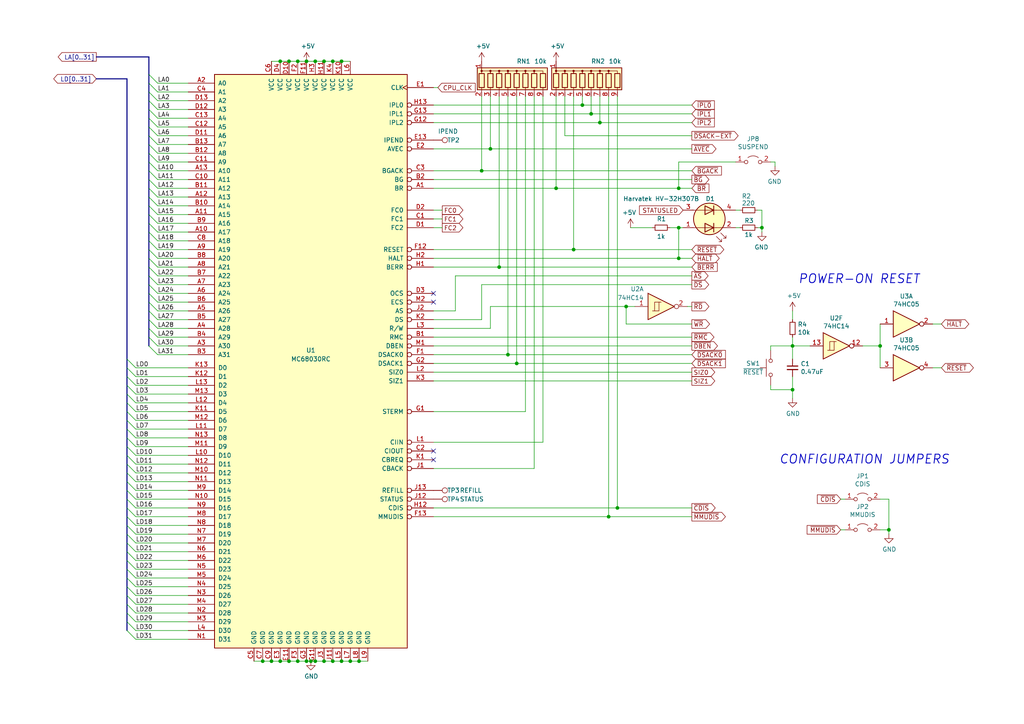
<source format=kicad_sch>
(kicad_sch (version 20231120) (generator "eeschema") (generator_version "8.0")
  (paper "A4")
  (title_block (title "k30p-VME") (rev "1"))
  (lib_symbols
    (symbol "74xx:74HC14" (pin_names (offset 1.016))
      (property "Reference" "U" (at 0 1.27 0))
      (property "Value" "74HC14" (at 0 -1.27 0))
      (symbol "74HC14_1_0"
        (pin input line (at -7.62 0 0) (length 3.81) (name "~") (number "1"))
        (pin output inverted (at 7.62 0 180) (length 3.81) (name "~") (number "2"))
      )
      (symbol "74HC14_2_0"
        (pin input line (at -7.62 0 0) (length 3.81) (name "~") (number "3"))
        (pin output inverted (at 7.62 0 180) (length 3.81) (name "~") (number "4"))
      )
      (symbol "74HC14_3_0"
        (pin input line (at -7.62 0 0) (length 3.81) (name "~") (number "5"))
        (pin output inverted (at 7.62 0 180) (length 3.81) (name "~") (number "6"))
      )
      (symbol "74HC14_4_0"
        (pin output inverted (at 7.62 0 180) (length 3.81) (name "~") (number "8"))
        (pin input line (at -7.62 0 0) (length 3.81) (name "~") (number "9"))
      )
      (symbol "74HC14_5_0"
        (pin output inverted (at 7.62 0 180) (length 3.81) (name "~") (number "10"))
        (pin input line (at -7.62 0 0) (length 3.81) (name "~") (number "11"))
      )
      (symbol "74HC14_6_0"
        (pin output inverted (at 7.62 0 180) (length 3.81) (name "~") (number "12"))
        (pin input line (at -7.62 0 0) (length 3.81) (name "~") (number "13"))
      )
      (symbol "74HC14_7_0"
        (pin power_in line (at 0 12.7 270) (length 5.08) (name "VCC") (number "14"))
        (pin power_in line (at 0 -12.7 90) (length 5.08) (name "GND") (number "7"))
      )
    )
    (symbol "74xx:74LS05" (pin_names (offset 1.016))
      (property "Reference" "U" (at 0 1.27 0))
      (property "Value" "74LS05" (at 0 -1.27 0))
      (symbol "74LS05_1_0"
        (pin input line (at -7.62 0 0) (length 3.81) (name "~") (number "1"))
        (pin open_collector inverted (at 7.62 0 180) (length 3.81) (name "~") (number "2"))
      )
      (symbol "74LS05_2_0"
        (pin input line (at -7.62 0 0) (length 3.81) (name "~") (number "3"))
        (pin open_collector inverted (at 7.62 0 180) (length 3.81) (name "~") (number "4"))
      )
      (symbol "74LS05_3_0"
        (pin input line (at -7.62 0 0) (length 3.81) (name "~") (number "5"))
        (pin open_collector inverted (at 7.62 0 180) (length 3.81) (name "~") (number "6"))
      )
      (symbol "74LS05_4_0"
        (pin open_collector inverted (at 7.62 0 180) (length 3.81) (name "~") (number "8"))
        (pin input line (at -7.62 0 0) (length 3.81) (name "~") (number "9"))
      )
      (symbol "74LS05_5_0"
        (pin open_collector inverted (at 7.62 0 180) (length 3.81) (name "~") (number "10"))
        (pin input line (at -7.62 0 0) (length 3.81) (name "~") (number "11"))
      )
      (symbol "74LS05_6_0"
        (pin open_collector inverted (at 7.62 0 180) (length 3.81) (name "~") (number "12"))
        (pin input line (at -7.62 0 0) (length 3.81) (name "~") (number "13"))
      )
      (symbol "74LS05_7_0"
        (pin power_in line (at 0 12.7 270) (length 5.08) (name "VCC") (number "14"))
        (pin power_in line (at 0 -12.7 90) (length 5.08) (name "GND") (number "7"))
      )
    )
    (symbol "Computie_68k:MC68030RC" (pin_names (offset 1.016))
      (property "Reference" "U" (at 0 2.54 0))
      (property "Value" "MC68030RC" (at 0 0 0))
      (symbol "MC68030RC_1_1"
        (pin input inverted (at 35.56 49.53 180) (length 7.62) (name "BR") (number "A1"))
        (pin output line (at -35.56 36.83 0) (length 7.62) (name "A17") (number "A10"))
        (pin output line (at -35.56 41.91 0) (length 7.62) (name "A15") (number "A11"))
        (pin output line (at -35.56 46.99 0) (length 7.62) (name "A13") (number "A12"))
        (pin output line (at -35.56 54.61 0) (length 7.62) (name "A10") (number "A13"))
        (pin output line (at -35.56 80.01 0) (length 7.62) (name "A0") (number "A2"))
        (pin output line (at -35.56 3.81 0) (length 7.62) (name "A30") (number "A3"))
        (pin output line (at -35.56 8.89 0) (length 7.62) (name "A28") (number "A4"))
        (pin output line (at -35.56 13.97 0) (length 7.62) (name "A26") (number "A5"))
        (pin output line (at -35.56 19.05 0) (length 7.62) (name "A24") (number "A6"))
        (pin output line (at -35.56 21.59 0) (length 7.62) (name "A23") (number "A7"))
        (pin output line (at -35.56 26.67 0) (length 7.62) (name "A21") (number "A8"))
        (pin output line (at -35.56 31.75 0) (length 7.62) (name "A19") (number "A9"))
        (pin output inverted (at 35.56 6.35 180) (length 7.62) (name "RMC") (number "B1"))
        (pin output line (at -35.56 44.45 0) (length 7.62) (name "A14") (number "B10"))
        (pin output line (at -35.56 49.53 0) (length 7.62) (name "A12") (number "B11"))
        (pin output line (at -35.56 59.69 0) (length 7.62) (name "A8") (number "B12"))
        (pin output line (at -35.56 62.23 0) (length 7.62) (name "A7") (number "B13"))
        (pin output inverted (at 35.56 52.07 180) (length 7.62) (name "BG") (number "B2"))
        (pin output line (at -35.56 1.27 0) (length 7.62) (name "A31") (number "B3"))
        (pin output line (at -35.56 6.35 0) (length 7.62) (name "A29") (number "B4"))
        (pin output line (at -35.56 11.43 0) (length 7.62) (name "A27") (number "B5"))
        (pin output line (at -35.56 16.51 0) (length 7.62) (name "A25") (number "B6"))
        (pin output line (at -35.56 24.13 0) (length 7.62) (name "A22") (number "B7"))
        (pin output line (at -35.56 29.21 0) (length 7.62) (name "A20") (number "B8"))
        (pin output line (at -35.56 39.37 0) (length 7.62) (name "A16") (number "B9"))
        (pin output line (at 35.56 40.64 180) (length 7.62) (name "FC1") (number "C1"))
        (pin output line (at -35.56 52.07 0) (length 7.62) (name "A11") (number "C10"))
        (pin output line (at -35.56 57.15 0) (length 7.62) (name "A9") (number "C11"))
        (pin output line (at -35.56 67.31 0) (length 7.62) (name "A5") (number "C12"))
        (pin output line (at -35.56 69.85 0) (length 7.62) (name "A4") (number "C13"))
        (pin output inverted (at 35.56 -26.67 180) (length 7.62) (name "CIOUT") (number "C2"))
        (pin input inverted (at 35.56 54.61 180) (length 7.62) (name "BGACK") (number "C3"))
        (pin output line (at -35.56 77.47 0) (length 7.62) (name "A1") (number "C4"))
        (pin power_in line (at -16.51 -87.63 90) (length 3.81) (name "GND") (number "C5"))
        (pin power_in line (at -11.43 86.36 270) (length 3.81) (name "VCC") (number "C6"))
        (pin power_in line (at -13.97 -87.63 90) (length 3.81) (name "GND") (number "C7"))
        (pin output line (at -35.56 34.29 0) (length 7.62) (name "A18") (number "C8"))
        (pin power_in line (at -11.43 -87.63 90) (length 3.81) (name "GND") (number "C9"))
        (pin output line (at 35.56 38.1 180) (length 7.62) (name "FC2") (number "D1"))
        (pin power_in line (at -6.35 86.36 270) (length 3.81) (name "VCC") (number "D10"))
        (pin output line (at -35.56 64.77 0) (length 7.62) (name "A6") (number "D11"))
        (pin output line (at -35.56 72.39 0) (length 7.62) (name "A3") (number "D12"))
        (pin output line (at -35.56 74.93 0) (length 7.62) (name "A2") (number "D13"))
        (pin output line (at 35.56 43.18 180) (length 7.62) (name "FC0") (number "D2"))
        (pin input inverted (at 35.56 19.05 180) (length 7.62) (name "OCS") (number "D3"))
        (pin power_in line (at -8.89 86.36 270) (length 3.81) (name "VCC") (number "D4"))
        (pin no_connect line (at 27.94 -54.61 180) (length 0) hide (name "NC") (number "D5"))
        (pin input clock (at 35.56 78.74 180) (length 7.62) (name "CLK") (number "E1"))
        (pin power_in line (at -6.35 -87.63 90) (length 3.81) (name "GND") (number "E11"))
        (pin no_connect line (at 27.94 -57.15 180) (length 0) hide (name "NC") (number "E12"))
        (pin output inverted (at 35.56 63.5 180) (length 7.62) (name "IPEND") (number "E13"))
        (pin input inverted (at 35.56 60.96 180) (length 7.62) (name "AVEC") (number "E2"))
        (pin power_in line (at -8.89 -87.63 90) (length 3.81) (name "GND") (number "E3"))
        (pin input inverted (at 35.56 1.27 180) (length 7.62) (name "DSACK0") (number "F1"))
        (pin no_connect line (at 27.94 -62.23 180) (length 0) hide (name "NC") (number "F10"))
        (pin power_in line (at -1.27 86.36 270) (length 3.81) (name "VCC") (number "F11"))
        (pin bidirectional inverted (at 35.56 31.75 180) (length 7.62) (name "RESET") (number "F12"))
        (pin input inverted (at 35.56 -45.72 180) (length 7.62) (name "MMUDIS") (number "F13"))
        (pin power_in line (at -3.81 86.36 270) (length 3.81) (name "VCC") (number "F2"))
        (pin power_in line (at -3.81 -87.63 90) (length 3.81) (name "GND") (number "F3"))
        (pin no_connect line (at 27.94 -59.69 180) (length 0) hide (name "NC") (number "F4"))
        (pin input inverted (at 35.56 -15.24 180) (length 7.62) (name "STERM") (number "G1"))
        (pin power_in line (at 1.27 -87.63 90) (length 3.81) (name "GND") (number "G11"))
        (pin input inverted (at 35.56 68.58 180) (length 7.62) (name "IPL2") (number "G12"))
        (pin input inverted (at 35.56 71.12 180) (length 7.62) (name "IPL1") (number "G13"))
        (pin input inverted (at 35.56 -1.27 180) (length 7.62) (name "DSACK1") (number "G2"))
        (pin power_in line (at -1.27 -87.63 90) (length 3.81) (name "GND") (number "G3"))
        (pin input inverted (at 35.56 26.67 180) (length 7.62) (name "BERR") (number "H1"))
        (pin power_in line (at 3.81 86.36 270) (length 3.81) (name "VCC") (number "H11"))
        (pin input inverted (at 35.56 -43.18 180) (length 7.62) (name "CDIS") (number "H12"))
        (pin input inverted (at 35.56 73.66 180) (length 7.62) (name "IPL0") (number "H13"))
        (pin input inverted (at 35.56 29.21 180) (length 7.62) (name "HALT") (number "H2"))
        (pin power_in line (at 1.27 86.36 270) (length 3.81) (name "VCC") (number "H3"))
        (pin input inverted (at 35.56 -31.75 180) (length 7.62) (name "CBACK") (number "J1"))
        (pin power_in line (at 6.35 -87.63 90) (length 3.81) (name "GND") (number "J11"))
        (pin output inverted (at 35.56 -40.64 180) (length 7.62) (name "STATUS") (number "J12"))
        (pin output inverted (at 35.56 -38.1 180) (length 7.62) (name "REFILL") (number "J13"))
        (pin output inverted (at 35.56 13.97 180) (length 7.62) (name "AS") (number "J2"))
        (pin power_in line (at 3.81 -87.63 90) (length 3.81) (name "GND") (number "J3"))
        (pin output inverted (at 35.56 -29.21 180) (length 7.62) (name "CBREQ") (number "K1"))
        (pin power_in line (at 8.89 86.36 270) (length 3.81) (name "VCC") (number "K10"))
        (pin bidirectional line (at -35.56 -15.24 0) (length 7.62) (name "D5") (number "K11"))
        (pin bidirectional line (at -35.56 -5.08 0) (length 7.62) (name "D1") (number "K12"))
        (pin bidirectional line (at -35.56 -2.54 0) (length 7.62) (name "D0") (number "K13"))
        (pin output inverted (at 35.56 11.43 180) (length 7.62) (name "DS") (number "K2"))
        (pin output line (at 35.56 -6.35 180) (length 7.62) (name "SIZ1") (number "K3"))
        (pin power_in line (at 6.35 86.36 270) (length 3.81) (name "VCC") (number "K4"))
        (pin no_connect line (at 27.94 -64.77 180) (length 0) hide (name "NC") (number "K5"))
        (pin input inverted (at 35.56 -24.13 180) (length 7.62) (name "CIIN") (number "L1"))
        (pin bidirectional line (at -35.56 -27.94 0) (length 7.62) (name "D10") (number "L10"))
        (pin bidirectional line (at -35.56 -20.32 0) (length 7.62) (name "D7") (number "L11"))
        (pin bidirectional line (at -35.56 -12.7 0) (length 7.62) (name "D4") (number "L12"))
        (pin bidirectional line (at -35.56 -7.62 0) (length 7.62) (name "D2") (number "L13"))
        (pin output line (at 35.56 -3.81 180) (length 7.62) (name "SIZ0") (number "L2"))
        (pin output line (at 35.56 8.89 180) (length 7.62) (name "R/W") (number "L3"))
        (pin bidirectional line (at -35.56 -78.74 0) (length 7.62) (name "D30") (number "L4"))
        (pin power_in line (at 8.89 -87.63 90) (length 3.81) (name "GND") (number "L5"))
        (pin power_in line (at 11.43 86.36 270) (length 3.81) (name "VCC") (number "L6"))
        (pin power_in line (at 11.43 -87.63 90) (length 3.81) (name "GND") (number "L7"))
        (pin power_in line (at 13.97 -87.63 90) (length 3.81) (name "GND") (number "L8"))
        (pin power_in line (at 16.51 -87.63 90) (length 3.81) (name "GND") (number "L9"))
        (pin output inverted (at 35.56 3.81 180) (length 7.62) (name "DBEN") (number "M1"))
        (pin bidirectional line (at -35.56 -33.02 0) (length 7.62) (name "D12") (number "M10"))
        (pin bidirectional line (at -35.56 -25.4 0) (length 7.62) (name "D9") (number "M11"))
        (pin bidirectional line (at -35.56 -17.78 0) (length 7.62) (name "D6") (number "M12"))
        (pin bidirectional line (at -35.56 -10.16 0) (length 7.62) (name "D3") (number "M13"))
        (pin output inverted (at 35.56 16.51 180) (length 7.62) (name "ECS") (number "M2"))
        (pin bidirectional line (at -35.56 -76.2 0) (length 7.62) (name "D29") (number "M3"))
        (pin bidirectional line (at -35.56 -71.12 0) (length 7.62) (name "D27") (number "M4"))
        (pin bidirectional line (at -35.56 -63.5 0) (length 7.62) (name "D24") (number "M5"))
        (pin bidirectional line (at -35.56 -58.42 0) (length 7.62) (name "D22") (number "M6"))
        (pin bidirectional line (at -35.56 -53.34 0) (length 7.62) (name "D20") (number "M7"))
        (pin bidirectional line (at -35.56 -45.72 0) (length 7.62) (name "D17") (number "M8"))
        (pin bidirectional line (at -35.56 -38.1 0) (length 7.62) (name "D14") (number "M9"))
        (pin bidirectional line (at -35.56 -81.28 0) (length 7.62) (name "D31") (number "N1"))
        (pin bidirectional line (at -35.56 -40.64 0) (length 7.62) (name "D15") (number "N10"))
        (pin bidirectional line (at -35.56 -35.56 0) (length 7.62) (name "D13") (number "N11"))
        (pin bidirectional line (at -35.56 -30.48 0) (length 7.62) (name "D11") (number "N12"))
        (pin bidirectional line (at -35.56 -22.86 0) (length 7.62) (name "D8") (number "N13"))
        (pin bidirectional line (at -35.56 -73.66 0) (length 7.62) (name "D28") (number "N2"))
        (pin bidirectional line (at -35.56 -68.58 0) (length 7.62) (name "D26") (number "N3"))
        (pin bidirectional line (at -35.56 -66.04 0) (length 7.62) (name "D25") (number "N4"))
        (pin bidirectional line (at -35.56 -60.96 0) (length 7.62) (name "D23") (number "N5"))
        (pin bidirectional line (at -35.56 -55.88 0) (length 7.62) (name "D21") (number "N6"))
        (pin bidirectional line (at -35.56 -50.8 0) (length 7.62) (name "D19") (number "N7"))
        (pin bidirectional line (at -35.56 -48.26 0) (length 7.62) (name "D18") (number "N8"))
        (pin bidirectional line (at -35.56 -43.18 0) (length 7.62) (name "D16") (number "N9"))
      )
    )
    (symbol "Connector:TestPoint" (pin_numbers hide) (pin_names (offset 0.762) hide)
      (property "Reference" "TP" (at 0 6.858 0))
      (property "Value" "TestPoint" (at 0 5.08 0))
      (symbol "TestPoint_1_1"
        (pin passive line (at 0 0 90) (length 2.54) (name "1") (number "1"))
      )
    )
    (symbol "Device:C_Small" (pin_numbers hide) (pin_names (offset 0.254) hide)
      (property "Reference" "C" (at 0.254 1.778 0))
      (property "Value" "C_Small" (at 0.254 -2.032 0))
      (symbol "C_Small_1_1"
        (pin passive line (at 0 2.54 270) (length 2.032) (name "~") (number "1"))
        (pin passive line (at 0 -2.54 90) (length 2.032) (name "~") (number "2"))
      )
    )
    (symbol "Device:LED_Dual_AKAK" (pin_names (offset 0) hide)
      (property "Reference" "D" (at 0 5.715 0))
      (property "Value" "LED_Dual_AKAK" (at 0 -6.35 0))
      (symbol "LED_Dual_AKAK_1_1"
        (pin input line (at -7.62 2.54 0) (length 3.048) (name "A1") (number "1"))
        (pin input line (at 7.62 2.54 180) (length 3.81) (name "K1") (number "2"))
        (pin input line (at -7.62 -2.54 0) (length 3.048) (name "A2") (number "3"))
        (pin input line (at 7.62 -2.54 180) (length 3.81) (name "K2") (number "4"))
      )
    )
    (symbol "Device:R_Network08" (pin_names (offset 0) hide)
      (property "Reference" "RN" (at -12.7 0 90))
      (property "Value" "R_Network08" (at 10.16 0 90))
      (symbol "R_Network08_1_1"
        (pin passive line (at -10.16 5.08 270) (length 2.54) (name "common") (number "1"))
        (pin passive line (at -10.16 -5.08 90) (length 1.27) (name "R1") (number "2"))
        (pin passive line (at -7.62 -5.08 90) (length 1.27) (name "R2") (number "3"))
        (pin passive line (at -5.08 -5.08 90) (length 1.27) (name "R3") (number "4"))
        (pin passive line (at -2.54 -5.08 90) (length 1.27) (name "R4") (number "5"))
        (pin passive line (at 0 -5.08 90) (length 1.27) (name "R5") (number "6"))
        (pin passive line (at 2.54 -5.08 90) (length 1.27) (name "R6") (number "7"))
        (pin passive line (at 5.08 -5.08 90) (length 1.27) (name "R7") (number "8"))
        (pin passive line (at 7.62 -5.08 90) (length 1.27) (name "R8") (number "9"))
      )
    )
    (symbol "Device:R_Small" (pin_numbers hide) (pin_names (offset 0.254) hide)
      (property "Reference" "R" (at 0.762 0.508 0))
      (property "Value" "R_Small" (at 0.762 -1.016 0))
      (symbol "R_Small_1_1"
        (pin passive line (at 0 2.54 270) (length 0.762) (name "~") (number "1"))
        (pin passive line (at 0 -2.54 90) (length 0.762) (name "~") (number "2"))
      )
    )
    (symbol "Jumper:Jumper_2_Open" (pin_names (offset 0) hide)
      (property "Reference" "JP" (at 0 2.794 0))
      (property "Value" "Jumper_2_Open" (at 0 -2.286 0))
      (symbol "Jumper_2_Open_1_1"
        (pin passive line (at -5.08 0 0) (length 2.54) (name "A") (number "1"))
        (pin passive line (at 5.08 0 180) (length 2.54) (name "B") (number "2"))
      )
    )
    (symbol "Switch:SW_Push" (pin_numbers hide) (pin_names (offset 1.016) hide)
      (property "Reference" "SW" (at 1.27 2.54 0))
      (property "Value" "SW_Push" (at 0 -1.524 0))
      (symbol "SW_Push_0_1"
        (pin passive line (at -5.08 0 0) (length 2.54) (name "1") (number "1"))
        (pin passive line (at 5.08 0 180) (length 2.54) (name "2") (number "2"))
      )
    )
    (symbol "power:+5V" (power) (pin_names (offset 0))
      (property "Value" "+5V" (at 0 3.556 0))
      (symbol "+5V_1_1"
        (pin power_in line (at 0 0 90) (length 0) hide (name "+5V") (number "1"))
      )
    )
    (symbol "power:GND" (power) (pin_names (offset 0))
      (property "Value" "GND" (at 0 -3.81 0))
      (symbol "GND_1_1"
        (pin power_in line (at 0 0 270) (length 0) hide (name "GND") (number "1"))
      )
    )
  )
  (junction (at 83.82 191.77))
  (junction (at 88.9 191.77))
  (junction (at 176.53 149.86))
  (junction (at 104.14 191.77))
  (junction (at 257.81 153.67))
  (junction (at 86.36 191.77))
  (junction (at 171.45 33.02))
  (junction (at 144.78 77.47))
  (junction (at 196.85 74.93))
  (junction (at 196.85 54.61))
  (junction (at 173.99 35.56))
  (junction (at 99.06 191.77))
  (junction (at 81.28 17.78))
  (junction (at 81.28 191.77))
  (junction (at 161.29 54.61))
  (junction (at 196.85 66.04))
  (junction (at 76.2 191.77))
  (junction (at 91.44 17.78))
  (junction (at 91.44 191.77))
  (junction (at 88.9 17.78))
  (junction (at 96.52 17.78))
  (junction (at 86.36 17.78))
  (junction (at 168.91 30.48))
  (junction (at 142.24 43.18))
  (junction (at 83.82 17.78))
  (junction (at 147.32 102.87))
  (junction (at 181.61 88.9))
  (junction (at 78.74 191.77))
  (junction (at 93.98 17.78))
  (junction (at 99.06 17.78))
  (junction (at 96.52 191.77))
  (junction (at 139.7 49.53))
  (junction (at 255.27 100.33))
  (junction (at 166.37 72.39))
  (junction (at 229.87 113.03))
  (junction (at 149.86 105.41))
  (junction (at 220.98 66.04))
  (junction (at 90.17 191.77))
  (junction (at 179.07 147.32))
  (junction (at 93.98 191.77))
  (junction (at 229.87 100.33))
  (junction (at 101.6 191.77))
  (no_connect (at 125.73 85.09))
  (no_connect (at 125.73 130.81))
  (no_connect (at 125.73 87.63))
  (no_connect (at 125.73 133.35))
  (bus_entry (at 43.18 26.67) (size 2.54 2.54))
  (bus_entry (at 36.83 180.34) (size 2.54 2.54))
  (bus_entry (at 36.83 149.86) (size 2.54 2.54))
  (bus_entry (at 36.83 134.62) (size 2.54 2.54))
  (bus_entry (at 36.83 114.3) (size 2.54 2.54))
  (bus_entry (at 36.83 152.4) (size 2.54 2.54))
  (bus_entry (at 43.18 100.33) (size 2.54 2.54))
  (bus_entry (at 43.18 52.07) (size 2.54 2.54))
  (bus_entry (at 43.18 90.17) (size 2.54 2.54))
  (bus_entry (at 43.18 39.37) (size 2.54 2.54))
  (bus_entry (at 43.18 46.99) (size 2.54 2.54))
  (bus_entry (at 43.18 72.39) (size 2.54 2.54))
  (bus_entry (at 36.83 124.46) (size 2.54 2.54))
  (bus_entry (at 43.18 92.71) (size 2.54 2.54))
  (bus_entry (at 43.18 59.69) (size 2.54 2.54))
  (bus_entry (at 36.83 106.68) (size 2.54 2.54))
  (bus_entry (at 43.18 77.47) (size 2.54 2.54))
  (bus_entry (at 43.18 49.53) (size 2.54 2.54))
  (bus_entry (at 36.83 132.08) (size 2.54 2.54))
  (bus_entry (at 36.83 177.8) (size 2.54 2.54))
  (bus_entry (at 36.83 167.64) (size 2.54 2.54))
  (bus_entry (at 43.18 82.55) (size 2.54 2.54))
  (bus_entry (at 36.83 144.78) (size 2.54 2.54))
  (bus_entry (at 43.18 97.79) (size 2.54 2.54))
  (bus_entry (at 36.83 142.24) (size 2.54 2.54))
  (bus_entry (at 36.83 172.72) (size 2.54 2.54))
  (bus_entry (at 36.83 129.54) (size 2.54 2.54))
  (bus_entry (at 43.18 67.31) (size 2.54 2.54))
  (bus_entry (at 36.83 111.76) (size 2.54 2.54))
  (bus_entry (at 43.18 44.45) (size 2.54 2.54))
  (bus_entry (at 43.18 54.61) (size 2.54 2.54))
  (bus_entry (at 36.83 147.32) (size 2.54 2.54))
  (bus_entry (at 36.83 165.1) (size 2.54 2.54))
  (bus_entry (at 43.18 64.77) (size 2.54 2.54))
  (bus_entry (at 43.18 62.23) (size 2.54 2.54))
  (bus_entry (at 36.83 119.38) (size 2.54 2.54))
  (bus_entry (at 36.83 160.02) (size 2.54 2.54))
  (bus_entry (at 36.83 127) (size 2.54 2.54))
  (bus_entry (at 43.18 80.01) (size 2.54 2.54))
  (bus_entry (at 36.83 157.48) (size 2.54 2.54))
  (bus_entry (at 43.18 34.29) (size 2.54 2.54))
  (bus_entry (at 36.83 104.14) (size 2.54 2.54))
  (bus_entry (at 36.83 116.84) (size 2.54 2.54))
  (bus_entry (at 36.83 137.16) (size 2.54 2.54))
  (bus_entry (at 43.18 21.59) (size 2.54 2.54))
  (bus_entry (at 36.83 162.56) (size 2.54 2.54))
  (bus_entry (at 43.18 95.25) (size 2.54 2.54))
  (bus_entry (at 43.18 87.63) (size 2.54 2.54))
  (bus_entry (at 36.83 109.22) (size 2.54 2.54))
  (bus_entry (at 43.18 24.13) (size 2.54 2.54))
  (bus_entry (at 43.18 36.83) (size 2.54 2.54))
  (bus_entry (at 43.18 29.21) (size 2.54 2.54))
  (bus_entry (at 36.83 139.7) (size 2.54 2.54))
  (bus_entry (at 43.18 31.75) (size 2.54 2.54))
  (bus_entry (at 43.18 74.93) (size 2.54 2.54))
  (bus_entry (at 36.83 170.18) (size 2.54 2.54))
  (bus_entry (at 36.83 121.92) (size 2.54 2.54))
  (bus_entry (at 43.18 41.91) (size 2.54 2.54))
  (bus_entry (at 36.83 182.88) (size 2.54 2.54))
  (bus_entry (at 43.18 85.09) (size 2.54 2.54))
  (bus_entry (at 43.18 57.15) (size 2.54 2.54))
  (bus_entry (at 43.18 69.85) (size 2.54 2.54))
  (bus_entry (at 36.83 175.26) (size 2.54 2.54))
  (bus_entry (at 36.83 154.94) (size 2.54 2.54))
  (wire (pts (xy 213.36 46.99) (xy 196.85 46.99)))
  (wire (pts (xy 214.63 66.04) (xy 213.36 66.04)))
  (bus (pts (xy 43.18 41.91) (xy 43.18 44.45)))
  (bus (pts (xy 43.18 62.23) (xy 43.18 64.77)))
  (wire (pts (xy 125.73 92.71) (xy 139.7 92.71)))
  (wire (pts (xy 125.73 102.87) (xy 147.32 102.87)))
  (wire (pts (xy 39.37 132.08) (xy 54.61 132.08)))
  (wire (pts (xy 90.17 191.77) (xy 91.44 191.77)))
  (wire (pts (xy 45.72 97.79) (xy 54.61 97.79)))
  (bus (pts (xy 43.18 16.51) (xy 27.94 16.51)))
  (wire (pts (xy 39.37 121.92) (xy 54.61 121.92)))
  (wire (pts (xy 243.84 144.78) (xy 245.11 144.78)))
  (wire (pts (xy 152.4 27.94) (xy 152.4 119.38)))
  (bus (pts (xy 36.83 104.14) (xy 36.83 106.68)))
  (bus (pts (xy 43.18 69.85) (xy 43.18 72.39)))
  (wire (pts (xy 91.44 17.78) (xy 93.98 17.78)))
  (wire (pts (xy 224.79 46.99) (xy 224.79 48.26)))
  (wire (pts (xy 45.72 46.99) (xy 54.61 46.99)))
  (wire (pts (xy 144.78 77.47) (xy 200.66 77.47)))
  (bus (pts (xy 36.83 106.68) (xy 36.83 109.22)))
  (wire (pts (xy 220.98 60.96) (xy 220.98 66.04)))
  (bus (pts (xy 43.18 49.53) (xy 43.18 52.07)))
  (wire (pts (xy 147.32 27.94) (xy 147.32 102.87)))
  (wire (pts (xy 125.73 30.48) (xy 168.91 30.48)))
  (wire (pts (xy 45.72 64.77) (xy 54.61 64.77)))
  (wire (pts (xy 223.52 111.76) (xy 223.52 113.03)))
  (wire (pts (xy 154.94 135.89) (xy 154.94 27.94)))
  (bus (pts (xy 36.83 114.3) (xy 36.83 116.84)))
  (wire (pts (xy 45.72 80.01) (xy 54.61 80.01)))
  (wire (pts (xy 39.37 149.86) (xy 54.61 149.86)))
  (wire (pts (xy 125.73 63.5) (xy 128.27 63.5)))
  (wire (pts (xy 196.85 46.99) (xy 196.85 54.61)))
  (bus (pts (xy 43.18 64.77) (xy 43.18 67.31)))
  (wire (pts (xy 45.72 44.45) (xy 54.61 44.45)))
  (bus (pts (xy 36.83 139.7) (xy 36.83 142.24)))
  (bus (pts (xy 43.18 67.31) (xy 43.18 69.85)))
  (wire (pts (xy 39.37 119.38) (xy 54.61 119.38)))
  (bus (pts (xy 43.18 46.99) (xy 43.18 49.53)))
  (wire (pts (xy 171.45 33.02) (xy 171.45 27.94)))
  (wire (pts (xy 163.83 27.94) (xy 163.83 39.37)))
  (wire (pts (xy 149.86 27.94) (xy 149.86 105.41)))
  (wire (pts (xy 142.24 95.25) (xy 142.24 88.9)))
  (wire (pts (xy 45.72 31.75) (xy 54.61 31.75)))
  (bus (pts (xy 43.18 31.75) (xy 43.18 34.29)))
  (wire (pts (xy 99.06 191.77) (xy 101.6 191.77)))
  (bus (pts (xy 36.83 152.4) (xy 36.83 154.94)))
  (wire (pts (xy 39.37 139.7) (xy 54.61 139.7)))
  (wire (pts (xy 104.14 191.77) (xy 106.68 191.77)))
  (wire (pts (xy 125.73 97.79) (xy 200.66 97.79)))
  (bus (pts (xy 43.18 24.13) (xy 43.18 26.67)))
  (wire (pts (xy 45.72 39.37) (xy 54.61 39.37)))
  (bus (pts (xy 36.83 160.02) (xy 36.83 162.56)))
  (wire (pts (xy 88.9 191.77) (xy 90.17 191.77)))
  (wire (pts (xy 125.73 25.4) (xy 127 25.4)))
  (bus (pts (xy 36.83 149.86) (xy 36.83 152.4)))
  (wire (pts (xy 45.72 59.69) (xy 54.61 59.69)))
  (wire (pts (xy 152.4 119.38) (xy 125.73 119.38)))
  (wire (pts (xy 198.12 66.04) (xy 196.85 66.04)))
  (wire (pts (xy 142.24 43.18) (xy 200.66 43.18)))
  (wire (pts (xy 142.24 27.94) (xy 142.24 43.18)))
  (wire (pts (xy 220.98 66.04) (xy 219.71 66.04)))
  (wire (pts (xy 45.72 24.13) (xy 54.61 24.13)))
  (wire (pts (xy 139.7 82.55) (xy 139.7 92.71)))
  (bus (pts (xy 43.18 21.59) (xy 43.18 24.13)))
  (bus (pts (xy 43.18 97.79) (xy 43.18 100.33)))
  (wire (pts (xy 88.9 17.78) (xy 91.44 17.78)))
  (wire (pts (xy 39.37 180.34) (xy 54.61 180.34)))
  (bus (pts (xy 36.83 142.24) (xy 36.83 144.78)))
  (bus (pts (xy 36.83 22.86) (xy 36.83 104.14)))
  (wire (pts (xy 39.37 109.22) (xy 54.61 109.22)))
  (wire (pts (xy 83.82 191.77) (xy 86.36 191.77)))
  (wire (pts (xy 125.73 147.32) (xy 179.07 147.32)))
  (bus (pts (xy 36.83 157.48) (xy 36.83 160.02)))
  (wire (pts (xy 45.72 34.29) (xy 54.61 34.29)))
  (wire (pts (xy 39.37 129.54) (xy 54.61 129.54)))
  (wire (pts (xy 99.06 17.78) (xy 101.6 17.78)))
  (wire (pts (xy 132.08 90.17) (xy 125.73 90.17)))
  (wire (pts (xy 39.37 134.62) (xy 54.61 134.62)))
  (wire (pts (xy 81.28 191.77) (xy 83.82 191.77)))
  (wire (pts (xy 223.52 101.6) (xy 223.52 100.33)))
  (wire (pts (xy 196.85 54.61) (xy 200.66 54.61)))
  (bus (pts (xy 36.83 132.08) (xy 36.83 134.62)))
  (wire (pts (xy 125.73 128.27) (xy 157.48 128.27)))
  (wire (pts (xy 139.7 49.53) (xy 139.7 27.94)))
  (wire (pts (xy 181.61 93.98) (xy 200.66 93.98)))
  (wire (pts (xy 39.37 124.46) (xy 54.61 124.46)))
  (wire (pts (xy 39.37 142.24) (xy 54.61 142.24)))
  (wire (pts (xy 144.78 77.47) (xy 144.78 27.94)))
  (wire (pts (xy 45.72 77.47) (xy 54.61 77.47)))
  (wire (pts (xy 91.44 191.77) (xy 93.98 191.77)))
  (wire (pts (xy 161.29 27.94) (xy 161.29 54.61)))
  (wire (pts (xy 255.27 100.33) (xy 250.19 100.33)))
  (wire (pts (xy 39.37 106.68) (xy 54.61 106.68)))
  (wire (pts (xy 93.98 17.78) (xy 96.52 17.78)))
  (bus (pts (xy 36.83 134.62) (xy 36.83 137.16)))
  (wire (pts (xy 255.27 100.33) (xy 255.27 106.68)))
  (wire (pts (xy 45.72 36.83) (xy 54.61 36.83)))
  (bus (pts (xy 36.83 172.72) (xy 36.83 175.26)))
  (wire (pts (xy 45.72 26.67) (xy 54.61 26.67)))
  (wire (pts (xy 176.53 27.94) (xy 176.53 149.86)))
  (wire (pts (xy 125.73 95.25) (xy 142.24 95.25)))
  (bus (pts (xy 43.18 44.45) (xy 43.18 46.99)))
  (wire (pts (xy 125.73 149.86) (xy 176.53 149.86)))
  (bus (pts (xy 36.83 121.92) (xy 36.83 124.46)))
  (wire (pts (xy 270.51 106.68) (xy 273.05 106.68)))
  (bus (pts (xy 43.18 16.51) (xy 43.18 21.59)))
  (wire (pts (xy 176.53 149.86) (xy 200.66 149.86)))
  (wire (pts (xy 45.72 49.53) (xy 54.61 49.53)))
  (bus (pts (xy 36.83 111.76) (xy 36.83 114.3)))
  (wire (pts (xy 45.72 85.09) (xy 54.61 85.09)))
  (wire (pts (xy 101.6 191.77) (xy 104.14 191.77)))
  (wire (pts (xy 125.73 74.93) (xy 196.85 74.93)))
  (wire (pts (xy 39.37 185.42) (xy 54.61 185.42)))
  (wire (pts (xy 132.08 80.01) (xy 200.66 80.01)))
  (wire (pts (xy 96.52 17.78) (xy 99.06 17.78)))
  (wire (pts (xy 125.73 60.96) (xy 128.27 60.96)))
  (wire (pts (xy 229.87 100.33) (xy 229.87 104.14)))
  (wire (pts (xy 229.87 100.33) (xy 229.87 97.79)))
  (wire (pts (xy 45.72 95.25) (xy 54.61 95.25)))
  (bus (pts (xy 36.83 116.84) (xy 36.83 119.38)))
  (bus (pts (xy 43.18 29.21) (xy 43.18 31.75)))
  (bus (pts (xy 43.18 95.25) (xy 43.18 97.79)))
  (wire (pts (xy 45.72 57.15) (xy 54.61 57.15)))
  (bus (pts (xy 43.18 57.15) (xy 43.18 59.69)))
  (wire (pts (xy 273.05 93.98) (xy 270.51 93.98)))
  (bus (pts (xy 43.18 85.09) (xy 43.18 87.63)))
  (bus (pts (xy 36.83 165.1) (xy 36.83 167.64)))
  (wire (pts (xy 220.98 66.04) (xy 220.98 67.31)))
  (wire (pts (xy 196.85 74.93) (xy 200.66 74.93)))
  (wire (pts (xy 125.73 43.18) (xy 142.24 43.18)))
  (wire (pts (xy 173.99 35.56) (xy 173.99 27.94)))
  (bus (pts (xy 36.83 170.18) (xy 36.83 172.72)))
  (bus (pts (xy 36.83 167.64) (xy 36.83 170.18)))
  (wire (pts (xy 39.37 137.16) (xy 54.61 137.16)))
  (wire (pts (xy 125.73 54.61) (xy 161.29 54.61)))
  (wire (pts (xy 257.81 154.94) (xy 257.81 153.67)))
  (wire (pts (xy 76.2 191.77) (xy 78.74 191.77)))
  (bus (pts (xy 36.83 109.22) (xy 36.83 111.76)))
  (wire (pts (xy 39.37 162.56) (xy 54.61 162.56)))
  (bus (pts (xy 43.18 26.67) (xy 43.18 29.21)))
  (wire (pts (xy 255.27 93.98) (xy 255.27 100.33)))
  (wire (pts (xy 125.73 135.89) (xy 154.94 135.89)))
  (wire (pts (xy 213.36 60.96) (xy 214.63 60.96)))
  (bus (pts (xy 36.83 137.16) (xy 36.83 139.7)))
  (bus (pts (xy 43.18 52.07) (xy 43.18 54.61)))
  (bus (pts (xy 36.83 154.94) (xy 36.83 157.48)))
  (wire (pts (xy 45.72 74.93) (xy 54.61 74.93)))
  (bus (pts (xy 43.18 82.55) (xy 43.18 85.09)))
  (wire (pts (xy 125.73 49.53) (xy 139.7 49.53)))
  (wire (pts (xy 39.37 147.32) (xy 54.61 147.32)))
  (bus (pts (xy 43.18 90.17) (xy 43.18 92.71)))
  (wire (pts (xy 149.86 105.41) (xy 200.66 105.41)))
  (wire (pts (xy 125.73 77.47) (xy 144.78 77.47)))
  (wire (pts (xy 125.73 33.02) (xy 171.45 33.02)))
  (wire (pts (xy 39.37 152.4) (xy 54.61 152.4)))
  (wire (pts (xy 125.73 105.41) (xy 149.86 105.41)))
  (wire (pts (xy 179.07 27.94) (xy 179.07 147.32)))
  (bus (pts (xy 43.18 87.63) (xy 43.18 90.17)))
  (wire (pts (xy 157.48 27.94) (xy 157.48 128.27)))
  (wire (pts (xy 243.84 153.67) (xy 245.11 153.67)))
  (bus (pts (xy 36.83 124.46) (xy 36.83 127)))
  (wire (pts (xy 168.91 30.48) (xy 200.66 30.48)))
  (wire (pts (xy 182.88 66.04) (xy 189.23 66.04)))
  (wire (pts (xy 45.72 67.31) (xy 54.61 67.31)))
  (bus (pts (xy 36.83 129.54) (xy 36.83 132.08)))
  (bus (pts (xy 36.83 162.56) (xy 36.83 165.1)))
  (bus (pts (xy 43.18 39.37) (xy 43.18 41.91)))
  (wire (pts (xy 39.37 182.88) (xy 54.61 182.88)))
  (wire (pts (xy 39.37 165.1) (xy 54.61 165.1)))
  (bus (pts (xy 43.18 80.01) (xy 43.18 82.55)))
  (bus (pts (xy 43.18 54.61) (xy 43.18 57.15)))
  (bus (pts (xy 36.83 175.26) (xy 36.83 177.8)))
  (wire (pts (xy 171.45 33.02) (xy 200.66 33.02)))
  (wire (pts (xy 125.73 72.39) (xy 166.37 72.39)))
  (wire (pts (xy 45.72 29.21) (xy 54.61 29.21)))
  (wire (pts (xy 139.7 49.53) (xy 200.66 49.53)))
  (bus (pts (xy 36.83 177.8) (xy 36.83 180.34)))
  (bus (pts (xy 43.18 59.69) (xy 43.18 62.23)))
  (wire (pts (xy 39.37 111.76) (xy 54.61 111.76)))
  (wire (pts (xy 45.72 54.61) (xy 54.61 54.61)))
  (wire (pts (xy 229.87 109.22) (xy 229.87 113.03)))
  (wire (pts (xy 86.36 191.77) (xy 88.9 191.77)))
  (bus (pts (xy 36.83 180.34) (xy 36.83 182.88)))
  (wire (pts (xy 81.28 17.78) (xy 83.82 17.78)))
  (wire (pts (xy 39.37 160.02) (xy 54.61 160.02)))
  (wire (pts (xy 147.32 102.87) (xy 200.66 102.87)))
  (wire (pts (xy 73.66 191.77) (xy 76.2 191.77)))
  (wire (pts (xy 45.72 87.63) (xy 54.61 87.63)))
  (wire (pts (xy 83.82 17.78) (xy 86.36 17.78)))
  (wire (pts (xy 166.37 72.39) (xy 200.66 72.39)))
  (wire (pts (xy 166.37 27.94) (xy 166.37 72.39)))
  (bus (pts (xy 43.18 77.47) (xy 43.18 80.01)))
  (wire (pts (xy 163.83 39.37) (xy 200.66 39.37)))
  (wire (pts (xy 173.99 35.56) (xy 200.66 35.56)))
  (bus (pts (xy 43.18 74.93) (xy 43.18 77.47)))
  (wire (pts (xy 96.52 191.77) (xy 99.06 191.77)))
  (wire (pts (xy 39.37 154.94) (xy 54.61 154.94)))
  (wire (pts (xy 39.37 144.78) (xy 54.61 144.78)))
  (wire (pts (xy 139.7 82.55) (xy 200.66 82.55)))
  (wire (pts (xy 39.37 172.72) (xy 54.61 172.72)))
  (wire (pts (xy 45.72 82.55) (xy 54.61 82.55)))
  (wire (pts (xy 125.73 107.95) (xy 200.66 107.95)))
  (wire (pts (xy 223.52 100.33) (xy 229.87 100.33)))
  (wire (pts (xy 229.87 115.57) (xy 229.87 113.03)))
  (bus (pts (xy 43.18 92.71) (xy 43.18 95.25)))
  (wire (pts (xy 39.37 170.18) (xy 54.61 170.18)))
  (wire (pts (xy 78.74 17.78) (xy 81.28 17.78)))
  (wire (pts (xy 125.73 52.07) (xy 200.66 52.07)))
  (wire (pts (xy 223.52 113.03) (xy 229.87 113.03)))
  (wire (pts (xy 45.72 72.39) (xy 54.61 72.39)))
  (wire (pts (xy 161.29 54.61) (xy 196.85 54.61)))
  (wire (pts (xy 132.08 80.01) (xy 132.08 90.17)))
  (wire (pts (xy 179.07 147.32) (xy 200.66 147.32)))
  (bus (pts (xy 36.83 119.38) (xy 36.83 121.92)))
  (wire (pts (xy 86.36 17.78) (xy 88.9 17.78)))
  (wire (pts (xy 45.72 90.17) (xy 54.61 90.17)))
  (wire (pts (xy 78.74 191.77) (xy 81.28 191.77)))
  (wire (pts (xy 219.71 60.96) (xy 220.98 60.96)))
  (bus (pts (xy 36.83 22.86) (xy 27.94 22.86)))
  (wire (pts (xy 39.37 175.26) (xy 54.61 175.26)))
  (bus (pts (xy 36.83 147.32) (xy 36.83 149.86)))
  (wire (pts (xy 39.37 116.84) (xy 54.61 116.84)))
  (wire (pts (xy 39.37 114.3) (xy 54.61 114.3)))
  (wire (pts (xy 142.24 88.9) (xy 181.61 88.9)))
  (wire (pts (xy 234.95 100.33) (xy 229.87 100.33)))
  (bus (pts (xy 43.18 34.29) (xy 43.18 36.83)))
  (wire (pts (xy 199.39 88.9) (xy 200.66 88.9)))
  (wire (pts (xy 45.72 52.07) (xy 54.61 52.07)))
  (wire (pts (xy 181.61 88.9) (xy 184.15 88.9)))
  (bus (pts (xy 43.18 36.83) (xy 43.18 39.37)))
  (wire (pts (xy 45.72 69.85) (xy 54.61 69.85)))
  (wire (pts (xy 45.72 92.71) (xy 54.61 92.71)))
  (wire (pts (xy 45.72 102.87) (xy 54.61 102.87)))
  (wire (pts (xy 229.87 90.17) (xy 229.87 92.71)))
  (wire (pts (xy 93.98 191.77) (xy 96.52 191.77)))
  (bus (pts (xy 36.83 144.78) (xy 36.83 147.32)))
  (wire (pts (xy 125.73 100.33) (xy 200.66 100.33)))
  (wire (pts (xy 39.37 177.8) (xy 54.61 177.8)))
  (wire (pts (xy 223.52 46.99) (xy 224.79 46.99)))
  (wire (pts (xy 125.73 35.56) (xy 173.99 35.56)))
  (wire (pts (xy 200.66 110.49) (xy 125.73 110.49)))
  (wire (pts (xy 196.85 66.04) (xy 196.85 74.93)))
  (bus (pts (xy 43.18 72.39) (xy 43.18 74.93)))
  (wire (pts (xy 39.37 127) (xy 54.61 127)))
  (wire (pts (xy 194.31 66.04) (xy 196.85 66.04)))
  (wire (pts (xy 39.37 167.64) (xy 54.61 167.64)))
  (wire (pts (xy 39.37 157.48) (xy 54.61 157.48)))
  (wire (pts (xy 45.72 41.91) (xy 54.61 41.91)))
  (bus (pts (xy 36.83 127) (xy 36.83 129.54)))
  (wire (pts (xy 45.72 100.33) (xy 54.61 100.33)))
  (wire (pts (xy 257.81 144.78) (xy 255.27 144.78)))
  (wire (pts (xy 45.72 62.23) (xy 54.61 62.23)))
  (wire (pts (xy 257.81 153.67) (xy 257.81 144.78)))
  (wire (pts (xy 255.27 153.67) (xy 257.81 153.67)))
  (wire (pts (xy 181.61 93.98) (xy 181.61 88.9)))
  (wire (pts (xy 168.91 30.48) (xy 168.91 27.94)))
  (wire (pts (xy 125.73 66.04) (xy 128.27 66.04)))
  (text "CONFIGURATION JUMPERS" (at 250.698 134.874 0) (effects (font (size 2.56 2.56) (thickness 0.254) (bold yes) (italic yes)) (justify bottom)))
  (text "POWER-ON RESET" (at 249.174 82.55 0) (effects (font (size 2.56 2.56) (thickness 0.254) (bold yes) (italic yes)) (justify bottom)))
  (label "LD12" (at 39.37 137.16 0))
  (label "LA17" (at 45.72 67.31 0))
  (label "LD16" (at 39.37 147.32 0))
  (label "LA23" (at 45.72 82.55 0))
  (label "LD0" (at 39.37 106.68 0))
  (label "LA16" (at 45.72 64.77 0))
  (label "LA6" (at 45.72 39.37 0))
  (label "LD26" (at 39.37 172.72 0))
  (label "LA14" (at 45.72 59.69 0))
  (label "LD5" (at 39.37 119.38 0))
  (label "LA15" (at 45.72 62.23 0))
  (label "LD15" (at 39.37 144.78 0))
  (label "LD11" (at 39.37 134.62 0))
  (label "LD7" (at 39.37 124.46 0))
  (label "LA27" (at 45.72 92.71 0))
  (label "LD13" (at 39.37 139.7 0))
  (label "LD14" (at 39.37 142.24 0))
  (label "LD18" (at 39.37 152.4 0))
  (label "LA25" (at 45.72 87.63 0))
  (label "LD21" (at 39.37 160.02 0))
  (label "LD28" (at 39.37 177.8 0))
  (label "LA21" (at 45.72 77.47 0))
  (label "LA3" (at 45.72 31.75 0))
  (label "LA20" (at 45.72 74.93 0))
  (label "LA11" (at 45.72 52.07 0))
  (label "LA13" (at 45.72 57.15 0))
  (label "LD25" (at 39.37 170.18 0))
  (label "LD17" (at 39.37 149.86 0))
  (label "LA29" (at 45.72 97.79 0))
  (label "LD10" (at 39.37 132.08 0))
  (label "LD9" (at 39.37 129.54 0))
  (label "LA22" (at 45.72 80.01 0))
  (label "LA10" (at 45.72 49.53 0))
  (label "LD27" (at 39.37 175.26 0))
  (label "LD4" (at 39.37 116.84 0))
  (label "LD8" (at 39.37 127 0))
  (label "LD29" (at 39.37 180.34 0))
  (label "LA5" (at 45.72 36.83 0))
  (label "LA12" (at 45.72 54.61 0))
  (label "LA4" (at 45.72 34.29 0))
  (label "LA9" (at 45.72 46.99 0))
  (label "LA2" (at 45.72 29.21 0))
  (label "LA0" (at 45.72 24.13 0))
  (label "LD19" (at 39.37 154.94 0))
  (label "LA28" (at 45.72 95.25 0))
  (label "LD6" (at 39.37 121.92 0))
  (label "LD22" (at 39.37 162.56 0))
  (label "LA31" (at 45.72 102.87 0))
  (label "LA1" (at 45.72 26.67 0))
  (label "LD1" (at 39.37 109.22 0))
  (label "LD2" (at 39.37 111.76 0))
  (label "LA26" (at 45.72 90.17 0))
  (label "LD3" (at 39.37 114.3 0))
  (label "LA7" (at 45.72 41.91 0))
  (label "LD23" (at 39.37 165.1 0))
  (label "LD30" (at 39.37 182.88 0))
  (label "LA24" (at 45.72 85.09 0))
  (label "LD31" (at 39.37 185.42 0))
  (label "LA19" (at 45.72 72.39 0))
  (label "LD20" (at 39.37 157.48 0))
  (label "LA8" (at 45.72 44.45 0))
  (label "LA30" (at 45.72 100.33 0))
  (label "LD24" (at 39.37 167.64 0))
  (label "LA18" (at 45.72 69.85 0))
  (global_label "~{HALT}" (shape bidirectional) (at 200.66 74.93 0) (property "Intersheetrefs" "${INTERSHEET_REFS}" (effects (hide yes))))
  (global_label "~{IPL0}" (shape input) (at 200.66 30.48 0) (property "Intersheetrefs" "${INTERSHEET_REFS}" (effects (hide yes))))
  (global_label "~{BGACK}" (shape input) (at 200.66 49.53 0) (property "Intersheetrefs" "${INTERSHEET_REFS}" (effects (hide yes))))
  (global_label "~{CDIS}" (shape input) (at 243.84 144.78 180) (property "Intersheetrefs" "${INTERSHEET_REFS}" (effects (hide yes))))
  (global_label "SIZ0" (shape output) (at 200.66 107.95 0) (property "Intersheetrefs" "${INTERSHEET_REFS}" (effects (hide yes))))
  (global_label "~{CDIS}" (shape output) (at 200.66 147.32 0) (property "Intersheetrefs" "${INTERSHEET_REFS}" (effects (hide yes))))
  (global_label "~{MMUDIS}" (shape output) (at 200.66 149.86 0) (property "Intersheetrefs" "${INTERSHEET_REFS}" (effects (hide yes))))
  (global_label "~{AVEC}" (shape output) (at 200.66 43.18 0) (property "Intersheetrefs" "${INTERSHEET_REFS}" (effects (hide yes))))
  (global_label "FC1" (shape output) (at 128.27 63.5 0) (property "Intersheetrefs" "${INTERSHEET_REFS}" (effects (hide yes))))
  (global_label "~{DBEN}" (shape output) (at 200.66 100.33 0) (property "Intersheetrefs" "${INTERSHEET_REFS}" (effects (hide yes))))
  (global_label "~{WR}" (shape output) (at 200.66 93.98 0) (property "Intersheetrefs" "${INTERSHEET_REFS}" (effects (hide yes))))
  (global_label "~{DSACK-EXT}" (shape output) (at 200.66 39.37 0) (property "Intersheetrefs" "${INTERSHEET_REFS}" (effects (hide yes))))
  (global_label "STATUSLED" (shape input) (at 198.12 60.96 180) (property "Intersheetrefs" "${INTERSHEET_REFS}" (effects (hide yes))))
  (global_label "~{RESET}" (shape bidirectional) (at 273.05 106.68 0) (property "Intersheetrefs" "${INTERSHEET_REFS}" (effects (hide yes))))
  (global_label "CPU_CLK" (shape input) (at 127 25.4 0) (property "Intersheetrefs" "${INTERSHEET_REFS}" (effects (hide yes))))
  (global_label "~{DS}" (shape output) (at 200.66 82.55 0) (property "Intersheetrefs" "${INTERSHEET_REFS}" (effects (hide yes))))
  (global_label "~{IPL2}" (shape input) (at 200.66 35.56 0) (property "Intersheetrefs" "${INTERSHEET_REFS}" (effects (hide yes))))
  (global_label "~{DSACK0}" (shape input) (at 200.66 102.87 0) (property "Intersheetrefs" "${INTERSHEET_REFS}" (effects (hide yes))))
  (global_label "~{HALT}" (shape bidirectional) (at 273.05 93.98 0) (property "Intersheetrefs" "${INTERSHEET_REFS}" (effects (hide yes))))
  (global_label "FC0" (shape output) (at 128.27 60.96 0) (property "Intersheetrefs" "${INTERSHEET_REFS}" (effects (hide yes))))
  (global_label "~{RESET}" (shape bidirectional) (at 200.66 72.39 0) (property "Intersheetrefs" "${INTERSHEET_REFS}" (effects (hide yes))))
  (global_label "SIZ1" (shape output) (at 200.66 110.49 0) (property "Intersheetrefs" "${INTERSHEET_REFS}" (effects (hide yes))))
  (global_label "~{RMC}" (shape output) (at 200.66 97.79 0) (property "Intersheetrefs" "${INTERSHEET_REFS}" (effects (hide yes))))
  (global_label "~{IPL1}" (shape input) (at 200.66 33.02 0) (property "Intersheetrefs" "${INTERSHEET_REFS}" (effects (hide yes))))
  (global_label "~{BERR}" (shape input) (at 200.66 77.47 0) (property "Intersheetrefs" "${INTERSHEET_REFS}" (effects (hide yes))))
  (global_label "FC2" (shape output) (at 128.27 66.04 0) (property "Intersheetrefs" "${INTERSHEET_REFS}" (effects (hide yes))))
  (global_label "LA[0..31]" (shape output) (at 27.94 16.51 180) (property "Intersheetrefs" "${INTERSHEET_REFS}" (effects (hide yes))))
  (global_label "~{MMUDIS}" (shape input) (at 243.84 153.67 180) (property "Intersheetrefs" "${INTERSHEET_REFS}" (effects (hide yes))))
  (global_label "~{BR}" (shape input) (at 200.66 54.61 0) (property "Intersheetrefs" "${INTERSHEET_REFS}" (effects (hide yes))))
  (global_label "~{RD}" (shape output) (at 200.66 88.9 0) (property "Intersheetrefs" "${INTERSHEET_REFS}" (effects (hide yes))))
  (global_label "~{DSACK1}" (shape input) (at 200.66 105.41 0) (property "Intersheetrefs" "${INTERSHEET_REFS}" (effects (hide yes))))
  (global_label "LD[0..31]" (shape bidirectional) (at 27.94 22.86 180) (property "Intersheetrefs" "${INTERSHEET_REFS}" (effects (hide yes))))
  (global_label "~{AS}" (shape output) (at 200.66 80.01 0) (property "Intersheetrefs" "${INTERSHEET_REFS}" (effects (hide yes))))
  (global_label "~{BG}" (shape output) (at 200.66 52.07 0) (property "Intersheetrefs" "${INTERSHEET_REFS}" (effects (hide yes))))
  (symbol (lib_id "Device:R_Network08") (at 171.45 22.86 0) (unit 1)
    (property "Reference" "RN2" (at 171.45 17.78 0) (effects (justify left)))
    (property "Value" "10k" (at 176.53 17.78 0) (effects (justify left)))
    (property "Footprint" "Resistor_THT:R_Array_SIP9" (effects (hide yes)))
    (property "Datasheet" "http://www.vishay.com/docs/31509/csc.pdf" (effects (hide yes)))
  )
  (symbol (lib_id "power:+5V") (at 88.9 17.78 0) (unit 1)
    (property "Reference" "#PWR04" (effects (hide yes)))
    (property "Value" "+5V" (at 89.281 13.3858 0))
    (instances (project "IVC-k30" (path "" (reference "#PWR04") (unit 1))) (project "k30-SBC" (path "" (reference "#PWR01") (unit 1))))
  )
  (symbol (lib_id "Device:R_Small") (at 191.77 66.04 270) (mirror x) (unit 1)
    (property "Reference" "R1" (at 190.5 63.5 90) (effects (justify left)))
    (property "Value" "1k" (at 190.5 68.58 90) (effects (justify left)))
    (property "Footprint" "Resistor_SMD:R_0805_2012Metric_Pad1.20x1.40mm_HandSolder" (effects (hide yes)))
  )
  (symbol (lib_id "Switch:SW_Push") (at 223.52 106.68 90) (unit 1)
    (property "Reference" "SW1" (at 218.44 105.41 90))
    (property "Value" "~{RESET}" (at 218.44 107.95 90))
    (property "Footprint" "Computie_Miscellaneous:E-Switch_TL1105" (effects (hide yes)))
  )
  (symbol (lib_id "power:GND") (at 229.87 115.57 0) (unit 1)
    (property "Reference" "#PWR011" (effects (hide yes)))
    (property "Value" "GND" (at 229.997 119.9642 0))
    (instances (project "IVC-k30" (path "" (reference "#PWR011") (unit 1))) (project "k30-SBC" (path "" (reference "#PWR08") (unit 1))))
  )
  (symbol (lib_id "Device:C_Small") (at 229.87 106.68 0) (unit 1)
    (property "Reference" "C1" (at 232.2068 105.5116 0) (effects (justify left)))
    (property "Value" "0.47uF" (at 232.2068 107.823 0) (effects (justify left)))
    (property "Footprint" "Capacitor_SMD:C_0805_2012Metric_Pad1.18x1.45mm_HandSolder" (effects (hide yes)))
  )
  (symbol (lib_id "power:+5V") (at 161.29 17.78 0) (unit 1)
    (property "Reference" "#PWR07" (effects (hide yes)))
    (property "Value" "+5V" (at 161.671 13.3858 0))
    (instances (project "IVC-k30" (path "" (reference "#PWR07") (unit 1))) (project "k30-SBC" (path "" (reference "#PWR04") (unit 1))))
  )
  (symbol (lib_id "Connector:TestPoint") (at 125.73 40.64 270) (unit 1)
    (property "Reference" "TP2" (at 133.35 40.64 90) (effects (justify right)))
    (property "Value" "IPEND" (at 127 38.1 90) (effects (justify left)))
    (property "Footprint" "TestPoint:TestPoint_THTPad_2.0x2.0mm_Drill1.0mm" (effects (hide yes)))
    (instances (project "IVC-k30" (path "" (reference "TP2") (unit 1))) (project "k30-SBC" (path "" (reference "TP1") (unit 1))))
  )
  (symbol (lib_id "Device:R_Small") (at 217.17 60.96 270) (mirror x) (unit 1)
    (property "Reference" "R2" (at 215.138 56.896 90) (effects (justify left)))
    (property "Value" "220" (at 215.138 58.928 90) (effects (justify left)))
    (property "Footprint" "Resistor_SMD:R_0805_2012Metric_Pad1.20x1.40mm_HandSolder" (effects (hide yes)))
  )
  (symbol (lib_id "Device:R_Small") (at 217.17 66.04 270) (mirror x) (unit 1)
    (property "Reference" "R3" (at 215.9 64.008 90) (effects (justify left)))
    (property "Value" "1k" (at 215.9 68.072 90) (effects (justify left)))
    (property "Footprint" "Resistor_SMD:R_0805_2012Metric_Pad1.20x1.40mm_HandSolder" (effects (hide yes)))
    (instances (project "IVC-k30" (path "" (reference "R3") (unit 1))) (project "k30-SBC" (path "" (reference "R2") (unit 1))))
  )
  (symbol (lib_id "power:GND") (at 224.79 48.26 0) (mirror y) (unit 1)
    (property "Reference" "#PWR077" (effects (hide yes)))
    (property "Value" "GND" (at 224.663 52.6542 0))
  )
  (symbol (lib_id "power:+5V") (at 139.7 17.78 0) (unit 1)
    (property "Reference" "#PWR06" (effects (hide yes)))
    (property "Value" "+5V" (at 140.081 13.3858 0))
    (instances (project "IVC-k30" (path "" (reference "#PWR06") (unit 1))) (project "k30-SBC" (path "" (reference "#PWR03") (unit 1))))
  )
  (symbol (lib_id "74xx:74HC14") (at 191.77 88.9 0) (unit 1)
    (property "Reference" "U2" (at 182.88 83.82 0) (effects (justify left)))
    (property "Value" "74HC14" (at 179.07 86.36 0) (effects (justify left)))
    (property "Footprint" "Package_SO:TSSOP-14_4.4x5mm_P0.65mm" (effects (hide yes)))
    (property "Datasheet" "http://www.ti.com/lit/gpn/sn74HC14" (effects (hide yes)))
  )
  (symbol (lib_id "power:GND") (at 257.81 154.94 0) (unit 1)
    (property "Reference" "#PWR013" (effects (hide yes)))
    (property "Value" "GND" (at 257.937 159.3342 0))
  )
  (symbol (lib_id "Jumper:Jumper_2_Open") (at 218.44 46.99 0) (unit 1)
    (property "Reference" "JP8" (at 218.44 40.2844 0))
    (property "Value" "SUSPEND" (at 218.44 42.5958 0))
    (property "Footprint" "Connector_PinHeader_2.54mm:PinHeader_1x02_P2.54mm_Vertical" (effects (hide yes)))
  )
  (symbol (lib_id "Jumper:Jumper_2_Open") (at 250.19 144.78 0) (unit 1)
    (property "Reference" "JP1" (at 250.19 138.0744 0))
    (property "Value" "CDIS" (at 250.19 140.3858 0))
    (property "Footprint" "Connector_PinHeader_2.54mm:PinHeader_1x02_P2.54mm_Vertical" (effects (hide yes)))
  )
  (symbol (lib_id "power:+5V") (at 229.87 90.17 0) (unit 1)
    (property "Reference" "#PWR010" (effects (hide yes)))
    (property "Value" "+5V" (at 230.251 85.7758 0))
    (instances (project "IVC-k30" (path "" (reference "#PWR010") (unit 1))) (project "k30-SBC" (path "" (reference "#PWR07") (unit 1))))
  )
  (symbol (lib_id "Connector:TestPoint") (at 125.73 142.24 270) (unit 1)
    (property "Reference" "TP3" (at 133.35 142.24 90) (effects (justify right)))
    (property "Value" "REFILL" (at 133.35 142.24 90) (effects (justify left)))
    (property "Footprint" "TestPoint:TestPoint_THTPad_2.0x2.0mm_Drill1.0mm" (effects (hide yes)))
    (instances (project "IVC-k30" (path "" (reference "TP3") (unit 1))) (project "k30-SBC" (path "" (reference "TP2") (unit 1))))
  )
  (symbol (lib_id "Device:LED_Dual_AKAK") (at 205.74 63.5 0) (mirror x) (unit 1)
    (property "Reference" "D1" (at 205.994 57.658 0))
    (property "Value" "Harvatek HV-32H307B" (at 191.77 57.658 0))
    (property "Footprint" "Computie_Miscellaneous:Harvatek_HV-32312-260-2SUB" (effects (hide yes)))
  )
  (symbol (lib_id "power:GND") (at 220.98 67.31 0) (mirror y) (unit 1)
    (property "Reference" "#PWR09" (effects (hide yes)))
    (property "Value" "GND" (at 220.853 71.7042 0))
    (instances (project "IVC-k30" (path "" (reference "#PWR09") (unit 1))) (project "k30-SBC" (path "" (reference "#PWR06") (unit 1))))
  )
  (symbol (lib_id "Device:R_Network08") (at 149.86 22.86 0) (unit 1)
    (property "Reference" "RN1" (at 149.86 17.78 0) (effects (justify left)))
    (property "Value" "10k" (at 154.94 17.78 0) (effects (justify left)))
    (property "Footprint" "Resistor_THT:R_Array_SIP9" (effects (hide yes)))
    (property "Datasheet" "http://www.vishay.com/docs/31509/csc.pdf" (effects (hide yes)))
  )
  (symbol (lib_id "power:+5V") (at 182.88 66.04 0) (mirror y) (unit 1)
    (property "Reference" "#PWR08" (effects (hide yes)))
    (property "Value" "+5V" (at 182.499 61.6458 0))
    (instances (project "IVC-k30" (path "" (reference "#PWR08") (unit 1))) (project "k30-SBC" (path "" (reference "#PWR05") (unit 1))))
  )
  (symbol (lib_id "power:GND") (at 90.17 191.77 0) (unit 1)
    (property "Reference" "#PWR05" (effects (hide yes)))
    (property "Value" "GND" (at 90.297 196.1642 0))
    (instances (project "IVC-k30" (path "" (reference "#PWR05") (unit 1))) (project "k30-SBC" (path "" (reference "#PWR02") (unit 1))))
  )
  (symbol (lib_id "74xx:74HC14") (at 242.57 100.33 0) (unit 6)
    (property "Reference" "U2" (at 242.57 92.2782 0))
    (property "Value" "74HC14" (at 242.57 94.5896 0))
    (property "Footprint" "Package_SO:TSSOP-14_4.4x5mm_P0.65mm" (effects (hide yes)))
    (property "Datasheet" "http://www.ti.com/lit/gpn/sn74HC14" (effects (hide yes)))
  )
  (symbol (lib_id "74xx:74LS05") (at 262.89 106.68 0) (unit 2)
    (property "Reference" "U3" (at 262.89 98.6282 0))
    (property "Value" "74HC05" (at 262.89 100.9396 0))
    (property "Footprint" "Package_SO:TSSOP-14_4.4x5mm_P0.65mm" (effects (hide yes)))
    (property "Datasheet" "http://www.ti.com/lit/gpn/sn74LS05" (effects (hide yes)))
  )
  (symbol (lib_id "Device:R_Small") (at 229.87 95.25 0) (unit 1)
    (property "Reference" "R4" (at 231.3686 94.0816 0) (effects (justify left)))
    (property "Value" "10k" (at 231.3686 96.393 0) (effects (justify left)))
    (property "Footprint" "Resistor_SMD:R_0805_2012Metric_Pad1.20x1.40mm_HandSolder" (effects (hide yes)))
    (instances (project "IVC-k30" (path "" (reference "R4") (unit 1))) (project "k30-SBC" (path "" (reference "R3") (unit 1))))
  )
  (symbol (lib_id "Computie_68k:MC68030RC") (at 90.17 104.14 0) (unit 1)
    (property "Reference" "U1" (at 90.17 101.6 0))
    (property "Value" "MC68030RC" (at 90.17 104.14 0))
    (property "Footprint" "Computie_THT:PGA-128_13x13_THT-Socket" (effects (hide yes)))
  )
  (symbol (lib_id "Connector:TestPoint") (at 125.73 144.78 270) (unit 1)
    (property "Reference" "TP4" (at 133.35 144.78 90) (effects (justify right)))
    (property "Value" "STATUS" (at 133.35 144.78 90) (effects (justify left)))
    (property "Footprint" "TestPoint:TestPoint_THTPad_2.0x2.0mm_Drill1.0mm" (effects (hide yes)))
    (instances (project "IVC-k30" (path "" (reference "TP4") (unit 1))) (project "k30-SBC" (path "" (reference "TP3") (unit 1))))
  )
  (symbol (lib_id "74xx:74LS05") (at 262.89 93.98 0) (unit 1)
    (property "Reference" "U3" (at 262.89 85.9282 0))
    (property "Value" "74HC05" (at 262.89 88.2396 0))
    (property "Footprint" "Package_SO:TSSOP-14_4.4x5mm_P0.65mm" (effects (hide yes)))
    (property "Datasheet" "http://www.ti.com/lit/gpn/sn74LS05" (effects (hide yes)))
  )
  (symbol (lib_id "Jumper:Jumper_2_Open") (at 250.19 153.67 0) (unit 1)
    (property "Reference" "JP2" (at 250.19 146.9644 0))
    (property "Value" "MMUDIS" (at 250.19 149.2758 0))
    (property "Footprint" "Connector_PinHeader_2.54mm:PinHeader_1x02_P2.54mm_Vertical" (effects (hide yes)))
  )
)
</source>
